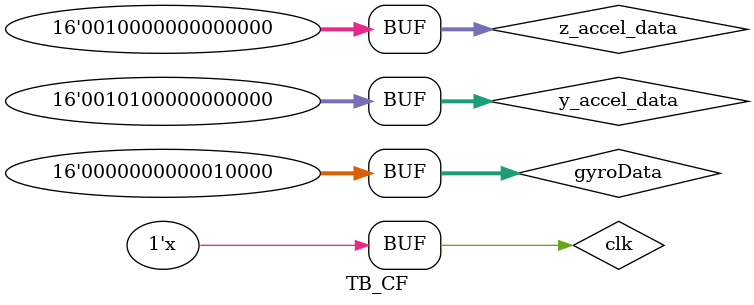
<source format=v>
`timescale 1ns / 1ps


module TB_CF;

	// Inputs
	reg [15:0] gyroData;
	reg [15:0] y_accel_data;
	reg [15:0] z_accel_data;
	reg clk;

	// Outputs
	wire [15:0] x_temp;
	wire [15:0] x_final;

	// Instantiate the Unit Under Test (UUT)
	CF uut (
		.gyroData(gyroData), 
		.y_accel_data(y_accel_data), 
		.z_accel_data(z_accel_data), 
		.clk(clk), 
		.x_temp(x_temp), 
		.x_final(x_final)
	);

	initial begin
		// Initialize Inputs
		clk = 0;
		#100 gyroData = 16'h0001;y_accel_data = 16'h2800;z_accel_data = 16'h2000;
		#100 gyroData = 16'h0004;y_accel_data = 16'h2800;z_accel_data = 16'h2000;
		#100 gyroData = 16'h0008;y_accel_data = 16'h2800;z_accel_data = 16'h2000;
		#100 gyroData = 16'h0010;y_accel_data = 16'h2800;z_accel_data = 16'h2000;
	

		// Wait 100 ns for global reset to finish
		#100;
        
		// Add stimulus here

	end
      
	always begin
	#20000 clk = ~clk;
	end
		
		
endmodule


</source>
